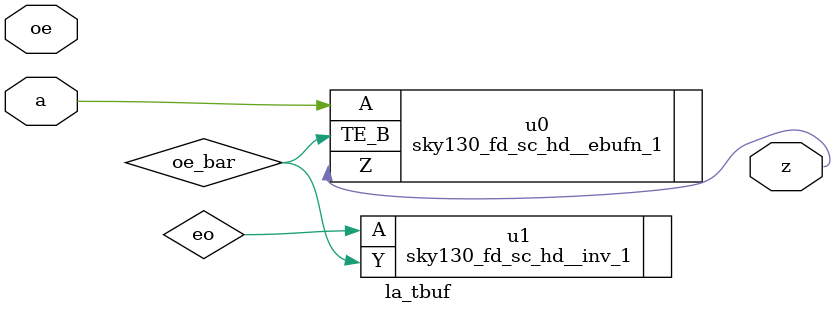
<source format=v>

module la_tbuf #(
    parameter PROP = "DEFAULT"
) (
    input  a,
    input  oe,
    output z
);

  // assign z = oe ? a : 1'bz;

  wire oe_bar;
  sky130_fd_sc_hd__inv_1 u1 (
      .A(eo),
      .Y(oe_bar)
  );
  sky130_fd_sc_hd__ebufn_1 u0 (
      .A(a),
      .TE_B(oe_bar),
      .Z(z)
  );

endmodule

</source>
